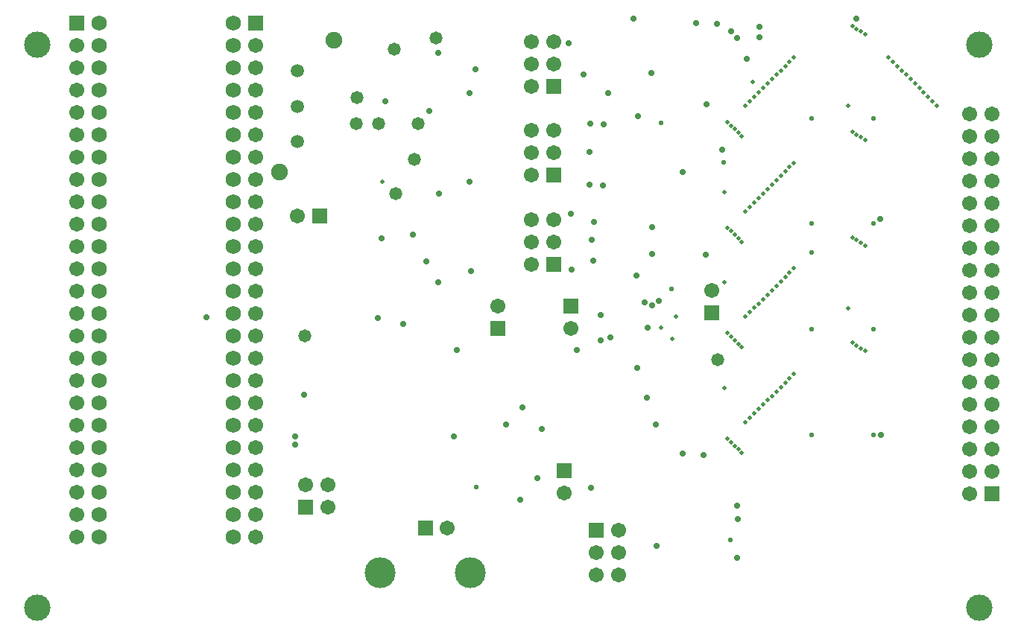
<source format=gbs>
G04*
G04 #@! TF.GenerationSoftware,Altium Limited,Altium Designer,21.3.2 (30)*
G04*
G04 Layer_Color=16711935*
%FSLAX25Y25*%
%MOIN*%
G70*
G04*
G04 #@! TF.SameCoordinates,35EDE252-B6D9-4C08-81A6-3FFBFD5BE296*
G04*
G04*
G04 #@! TF.FilePolarity,Negative*
G04*
G01*
G75*
%ADD41C,0.06800*%
%ADD42C,0.06706*%
%ADD43R,0.06706X0.06706*%
%ADD44R,0.06706X0.06706*%
%ADD45C,0.05906*%
%ADD46C,0.07480*%
%ADD47C,0.11811*%
%ADD48C,0.13792*%
%ADD49C,0.05800*%
%ADD50C,0.02769*%
%ADD51C,0.02178*%
%ADD52C,0.01902*%
D41*
X15827Y-141969D02*
D03*
X75827Y-21969D02*
D03*
Y-161969D02*
D03*
Y-151969D02*
D03*
Y-141969D02*
D03*
Y-1969D02*
D03*
Y-11969D02*
D03*
Y-171968D02*
D03*
Y-181968D02*
D03*
Y-191969D02*
D03*
Y-201969D02*
D03*
Y-211968D02*
D03*
Y-221969D02*
D03*
Y-231968D02*
D03*
X15827D02*
D03*
Y-221969D02*
D03*
Y-211968D02*
D03*
Y-201969D02*
D03*
Y-191969D02*
D03*
Y-181968D02*
D03*
Y-171968D02*
D03*
Y-161969D02*
D03*
Y-151969D02*
D03*
X75827Y-31969D02*
D03*
Y-41969D02*
D03*
Y-51968D02*
D03*
Y-61968D02*
D03*
Y-71969D02*
D03*
Y-81968D02*
D03*
Y-91969D02*
D03*
Y-101969D02*
D03*
Y-111969D02*
D03*
Y-121968D02*
D03*
Y-131968D02*
D03*
X15827D02*
D03*
Y-121968D02*
D03*
Y-111969D02*
D03*
Y-101969D02*
D03*
Y-91969D02*
D03*
Y-81968D02*
D03*
Y-71969D02*
D03*
Y-61968D02*
D03*
Y-51968D02*
D03*
Y-41969D02*
D03*
Y-31969D02*
D03*
Y-21969D02*
D03*
Y-11969D02*
D03*
Y-1969D02*
D03*
D42*
X226575Y-138937D02*
D03*
X289764Y-121890D02*
D03*
X223622Y-212598D02*
D03*
X194095Y-128937D02*
D03*
X104331Y-88583D02*
D03*
X248189Y-229173D02*
D03*
X238189Y-239173D02*
D03*
X248189D02*
D03*
X238189Y-249173D02*
D03*
X248189D02*
D03*
X208898Y-30472D02*
D03*
X218898Y-20472D02*
D03*
X208898D02*
D03*
X218898Y-10472D02*
D03*
X208898D02*
D03*
X208898Y-110000D02*
D03*
X218898Y-100000D02*
D03*
X208898D02*
D03*
X218898Y-90000D02*
D03*
X208898D02*
D03*
X208898Y-70236D02*
D03*
X218898Y-60236D02*
D03*
X208898D02*
D03*
X218898Y-50236D02*
D03*
X208898D02*
D03*
X108110Y-208661D02*
D03*
X118110Y-218661D02*
D03*
Y-208661D02*
D03*
X405079Y-42795D02*
D03*
X415079D02*
D03*
X405079Y-52795D02*
D03*
X415079D02*
D03*
X405079Y-62795D02*
D03*
X415079D02*
D03*
X405079Y-72795D02*
D03*
X415079D02*
D03*
X405079Y-82795D02*
D03*
X415079D02*
D03*
X405079Y-92795D02*
D03*
X415079D02*
D03*
X405079Y-102795D02*
D03*
X415079D02*
D03*
X405079Y-112795D02*
D03*
X415079D02*
D03*
X405079Y-122795D02*
D03*
X415079D02*
D03*
X405079Y-132795D02*
D03*
X415079D02*
D03*
X405079Y-142795D02*
D03*
X415079D02*
D03*
X405079Y-152795D02*
D03*
X415079D02*
D03*
X405079Y-162795D02*
D03*
X415079D02*
D03*
X405079Y-172795D02*
D03*
X415079D02*
D03*
X405079Y-182795D02*
D03*
X415079D02*
D03*
X405079Y-192795D02*
D03*
X415079D02*
D03*
X405079Y-202795D02*
D03*
X415079D02*
D03*
X405079Y-212795D02*
D03*
X5827Y-231968D02*
D03*
Y-221969D02*
D03*
Y-211968D02*
D03*
Y-201969D02*
D03*
Y-191969D02*
D03*
Y-181968D02*
D03*
Y-171968D02*
D03*
Y-161969D02*
D03*
Y-151969D02*
D03*
Y-141969D02*
D03*
Y-131968D02*
D03*
Y-121968D02*
D03*
Y-111969D02*
D03*
Y-101969D02*
D03*
Y-91969D02*
D03*
Y-81968D02*
D03*
Y-71969D02*
D03*
Y-61968D02*
D03*
Y-51968D02*
D03*
Y-41969D02*
D03*
Y-31969D02*
D03*
Y-21969D02*
D03*
Y-11969D02*
D03*
X85827Y-231968D02*
D03*
Y-221969D02*
D03*
Y-211968D02*
D03*
Y-201969D02*
D03*
Y-191969D02*
D03*
Y-181968D02*
D03*
Y-171968D02*
D03*
Y-161969D02*
D03*
Y-151969D02*
D03*
Y-141969D02*
D03*
Y-131968D02*
D03*
Y-121968D02*
D03*
Y-111969D02*
D03*
Y-101969D02*
D03*
Y-91969D02*
D03*
Y-81968D02*
D03*
Y-71969D02*
D03*
Y-61968D02*
D03*
Y-51968D02*
D03*
Y-41969D02*
D03*
Y-31969D02*
D03*
Y-21969D02*
D03*
Y-11969D02*
D03*
X171457Y-228150D02*
D03*
D43*
X226575Y-128937D02*
D03*
X289764Y-131890D02*
D03*
X223622Y-202598D02*
D03*
X194095Y-138937D02*
D03*
X238189Y-229173D02*
D03*
X218898Y-30472D02*
D03*
X218898Y-110000D02*
D03*
X218898Y-70236D02*
D03*
X415079Y-212795D02*
D03*
X5827Y-1969D02*
D03*
X85827D02*
D03*
X161614Y-228150D02*
D03*
D44*
X114331Y-88583D02*
D03*
X108110Y-218661D02*
D03*
D45*
X104331Y-55118D02*
D03*
Y-39370D02*
D03*
Y-23622D02*
D03*
D46*
X96457Y-68898D02*
D03*
X120866Y-9843D02*
D03*
D47*
X-11811Y-11811D02*
D03*
Y-263779D02*
D03*
X409449Y-11811D02*
D03*
Y-263779D02*
D03*
D48*
X141535Y-248228D02*
D03*
X181693D02*
D03*
D49*
X148425Y-78543D02*
D03*
X107874Y-142126D02*
D03*
X292520Y-152756D02*
D03*
X131102Y-35433D02*
D03*
X166531Y-8854D02*
D03*
X147852Y-13795D02*
D03*
X156693Y-63189D02*
D03*
X158268Y-47047D02*
D03*
X130709D02*
D03*
X140551D02*
D03*
D50*
X197736Y-181693D02*
D03*
X259842Y-126969D02*
D03*
X364961Y-89764D02*
D03*
X140413Y-133965D02*
D03*
X235433Y-47244D02*
D03*
X241433Y-47339D02*
D03*
X235117Y-59724D02*
D03*
X235189Y-74559D02*
D03*
X241189Y-74654D02*
D03*
X276575Y-68898D02*
D03*
X254724Y0D02*
D03*
X232283Y-25197D02*
D03*
X365354Y-186614D02*
D03*
X107283Y-168307D02*
D03*
X103347Y-190945D02*
D03*
Y-187008D02*
D03*
X292126Y-2362D02*
D03*
X311122Y-8465D02*
D03*
X305512Y-18110D02*
D03*
X266142Y-126378D02*
D03*
X255906Y-115148D02*
D03*
X243307Y-33465D02*
D03*
X225590Y-11024D02*
D03*
X262992Y-128347D02*
D03*
X240158Y-132874D02*
D03*
X184055Y-22638D02*
D03*
X287402Y-38395D02*
D03*
X298228Y-5906D02*
D03*
X354331Y0D02*
D03*
X63779Y-133858D02*
D03*
X182087Y-113189D02*
D03*
X294488Y-58661D02*
D03*
X181496Y-73228D02*
D03*
X167333Y-15322D02*
D03*
X181496Y-33465D02*
D03*
X167323Y-118110D02*
D03*
X167717Y-78347D02*
D03*
X163386Y-41339D02*
D03*
X244488Y-142913D02*
D03*
X301181Y-8661D02*
D03*
X261024Y-138583D02*
D03*
X256693Y-43701D02*
D03*
X262992Y-105512D02*
D03*
Y-93307D02*
D03*
X287008Y-105905D02*
D03*
X262598Y-24409D02*
D03*
X311024Y-3937D02*
D03*
X236102Y-99094D02*
D03*
X235807Y-210256D02*
D03*
X143701Y-37008D02*
D03*
X229528Y-148425D02*
D03*
X175591Y-148425D02*
D03*
X162055Y-108811D02*
D03*
X156102Y-96850D02*
D03*
X151772Y-136811D02*
D03*
X141959Y-98396D02*
D03*
X174409Y-187008D02*
D03*
X204921Y-174213D02*
D03*
X213583Y-183858D02*
D03*
X203937Y-215551D02*
D03*
X211811Y-205709D02*
D03*
X264961Y-236221D02*
D03*
X301181Y-241339D02*
D03*
X301134Y-218260D02*
D03*
X301228Y-224260D02*
D03*
X286071Y-195323D02*
D03*
X276772Y-194882D02*
D03*
X256299Y-156299D02*
D03*
X260630Y-169685D02*
D03*
X264764Y-181890D02*
D03*
X240008Y-144047D02*
D03*
X236614Y-108465D02*
D03*
X226969Y-112492D02*
D03*
X237008Y-91142D02*
D03*
X226772Y-87402D02*
D03*
X282677Y-1969D02*
D03*
D51*
X184252Y-209842D02*
D03*
X298031Y-233465D02*
D03*
X266929Y-46850D02*
D03*
X361968Y-186378D02*
D03*
X334409D02*
D03*
X334252Y-104724D02*
D03*
X294882Y-64567D02*
D03*
X271654Y-121063D02*
D03*
X334409Y-91890D02*
D03*
X361968D02*
D03*
X334409Y-44646D02*
D03*
X361968D02*
D03*
X334409Y-139134D02*
D03*
X361968D02*
D03*
D52*
X350590Y-129724D02*
D03*
X352559Y-145276D02*
D03*
X356496Y-147638D02*
D03*
X300000Y-191339D02*
D03*
X310748Y-174882D02*
D03*
X320590Y-165039D02*
D03*
X358465Y-148819D02*
D03*
X354528Y-146457D02*
D03*
X318622Y-167008D02*
D03*
X304842Y-180787D02*
D03*
X312717Y-172913D02*
D03*
X298425Y-189764D02*
D03*
X314685Y-170945D02*
D03*
X303150Y-194488D02*
D03*
X326496Y-159134D02*
D03*
X301575Y-192913D02*
D03*
X296850Y-188189D02*
D03*
X306811Y-178819D02*
D03*
X308780Y-176850D02*
D03*
X316653Y-168976D02*
D03*
X322559Y-163071D02*
D03*
X324528Y-161102D02*
D03*
X295276Y-77953D02*
D03*
X308071Y-28543D02*
D03*
X266932Y-138583D02*
D03*
X272157Y-143384D02*
D03*
X273652Y-133435D02*
D03*
X295276Y-165354D02*
D03*
Y-118110D02*
D03*
X322559Y-68583D02*
D03*
X314685Y-76457D02*
D03*
X326496Y-64646D02*
D03*
X308780Y-82362D02*
D03*
X301575Y-98425D02*
D03*
X312717Y-78425D02*
D03*
X324528Y-66614D02*
D03*
X300000Y-96850D02*
D03*
X304842Y-86299D02*
D03*
X316653Y-74488D02*
D03*
X310748Y-80394D02*
D03*
X303150Y-100000D02*
D03*
X320590Y-70551D02*
D03*
X318622Y-72520D02*
D03*
X298425Y-95276D02*
D03*
X306811Y-84331D02*
D03*
X296850Y-93701D02*
D03*
X354528Y-51968D02*
D03*
X358465Y-54331D02*
D03*
X356496Y-53150D02*
D03*
X352559Y-50787D02*
D03*
X296850Y-46457D02*
D03*
Y-140945D02*
D03*
X298425Y-142520D02*
D03*
Y-48031D02*
D03*
X303150Y-52756D02*
D03*
Y-147244D02*
D03*
X301575Y-51181D02*
D03*
Y-145669D02*
D03*
X300000Y-49606D02*
D03*
Y-144095D02*
D03*
X388465Y-37087D02*
D03*
X378622Y-27244D02*
D03*
X318622Y-25276D02*
D03*
X350590Y-39173D02*
D03*
X372716Y-21339D02*
D03*
X352559Y-3543D02*
D03*
X322559Y-21339D02*
D03*
X390433Y-39055D02*
D03*
X374685Y-23307D02*
D03*
X358465Y-7087D02*
D03*
X354528Y-4724D02*
D03*
X382559Y-31181D02*
D03*
X356496Y-5906D02*
D03*
X380591Y-29213D02*
D03*
X314685D02*
D03*
X370748Y-19370D02*
D03*
X326496Y-17402D02*
D03*
X376654Y-25276D02*
D03*
X320590Y-23307D02*
D03*
X306811Y-37087D02*
D03*
X308780Y-35118D02*
D03*
X386496D02*
D03*
X368779Y-17402D02*
D03*
X384527Y-33150D02*
D03*
X312717Y-31181D02*
D03*
X304842Y-39055D02*
D03*
X310748Y-33150D02*
D03*
X316653Y-27244D02*
D03*
X324528Y-19370D02*
D03*
X142520Y-73032D02*
D03*
X324528Y-113858D02*
D03*
X310748Y-127638D02*
D03*
X304842Y-133543D02*
D03*
X314685Y-123701D02*
D03*
X358490Y-101736D02*
D03*
X306811Y-131575D02*
D03*
X326496Y-111890D02*
D03*
X322559Y-115827D02*
D03*
X356496Y-100394D02*
D03*
X312717Y-125669D02*
D03*
X352559Y-98032D02*
D03*
X308780Y-129606D02*
D03*
X354528Y-99213D02*
D03*
X320590Y-117795D02*
D03*
X318622Y-119764D02*
D03*
X316653Y-121732D02*
D03*
M02*

</source>
